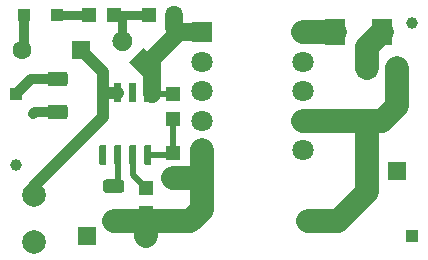
<source format=gbr>
%TF.GenerationSoftware,KiCad,Pcbnew,(5.1.12)-1*%
%TF.CreationDate,2022-05-04T12:53:07+05:30*%
%TF.ProjectId,5V3.5W,3556332e-3557-42e6-9b69-6361645f7063,rev?*%
%TF.SameCoordinates,Original*%
%TF.FileFunction,Copper,L2,Bot*%
%TF.FilePolarity,Positive*%
%FSLAX46Y46*%
G04 Gerber Fmt 4.6, Leading zero omitted, Abs format (unit mm)*
G04 Created by KiCad (PCBNEW (5.1.12)-1) date 2022-05-04 12:53:07*
%MOMM*%
%LPD*%
G01*
G04 APERTURE LIST*
%TA.AperFunction,ComponentPad*%
%ADD10C,1.600000*%
%TD*%
%TA.AperFunction,ComponentPad*%
%ADD11R,1.600000X1.600000*%
%TD*%
%TA.AperFunction,ComponentPad*%
%ADD12O,1.600000X1.600000*%
%TD*%
%TA.AperFunction,SMDPad,CuDef*%
%ADD13R,1.100000X1.100000*%
%TD*%
%TA.AperFunction,SMDPad,CuDef*%
%ADD14R,1.200000X1.200000*%
%TD*%
%TA.AperFunction,ComponentPad*%
%ADD15R,1.000000X1.000000*%
%TD*%
%TA.AperFunction,ComponentPad*%
%ADD16C,1.000000*%
%TD*%
%TA.AperFunction,ComponentPad*%
%ADD17R,1.800000X1.800000*%
%TD*%
%TA.AperFunction,ComponentPad*%
%ADD18C,1.800000*%
%TD*%
%TA.AperFunction,SMDPad,CuDef*%
%ADD19R,1.800860X2.199640*%
%TD*%
%TA.AperFunction,ComponentPad*%
%ADD20C,2.000000*%
%TD*%
%TA.AperFunction,ComponentPad*%
%ADD21C,0.100000*%
%TD*%
%TA.AperFunction,ViaPad*%
%ADD22C,0.800000*%
%TD*%
%TA.AperFunction,Conductor*%
%ADD23C,0.800000*%
%TD*%
%TA.AperFunction,Conductor*%
%ADD24C,0.850000*%
%TD*%
%TA.AperFunction,Conductor*%
%ADD25C,1.000000*%
%TD*%
%TA.AperFunction,Conductor*%
%ADD26C,2.000000*%
%TD*%
%TA.AperFunction,Conductor*%
%ADD27C,0.500000*%
%TD*%
%TA.AperFunction,Conductor*%
%ADD28C,1.500000*%
%TD*%
G04 APERTURE END LIST*
D10*
%TO.P,C1,2*%
%TO.N,Net-(C1-Pad2)*%
X107500000Y-158000000D03*
D11*
%TO.P,C1,1*%
%TO.N,Net-(C1-Pad1)*%
X102500000Y-158000000D03*
%TD*%
%TO.P,C2,1*%
%TO.N,Net-(C2-Pad1)*%
X102000000Y-142250000D03*
D10*
%TO.P,C2,2*%
%TO.N,Net-(C1-Pad2)*%
X97000000Y-142250000D03*
%TD*%
%TO.P,C3,1*%
%TO.N,Net-(C3-Pad1)*%
%TA.AperFunction,SMDPad,CuDef*%
G36*
G01*
X104099999Y-153200000D02*
X105400001Y-153200000D01*
G75*
G02*
X105650000Y-153449999I0J-249999D01*
G01*
X105650000Y-154100001D01*
G75*
G02*
X105400001Y-154350000I-249999J0D01*
G01*
X104099999Y-154350000D01*
G75*
G02*
X103850000Y-154100001I0J249999D01*
G01*
X103850000Y-153449999D01*
G75*
G02*
X104099999Y-153200000I249999J0D01*
G01*
G37*
%TD.AperFunction*%
%TO.P,C3,2*%
%TO.N,Net-(C1-Pad2)*%
%TA.AperFunction,SMDPad,CuDef*%
G36*
G01*
X104099999Y-156150000D02*
X105400001Y-156150000D01*
G75*
G02*
X105650000Y-156399999I0J-249999D01*
G01*
X105650000Y-157050001D01*
G75*
G02*
X105400001Y-157300000I-249999J0D01*
G01*
X104099999Y-157300000D01*
G75*
G02*
X103850000Y-157050001I0J249999D01*
G01*
X103850000Y-156399999D01*
G75*
G02*
X104099999Y-156150000I249999J0D01*
G01*
G37*
%TD.AperFunction*%
%TD*%
%TO.P,C5,1*%
%TO.N,Net-(C5-Pad1)*%
X121250000Y-156750000D03*
D12*
%TO.P,C5,2*%
%TO.N,Net-(C1-Pad2)*%
X111250000Y-156750000D03*
%TD*%
D10*
%TO.P,C6,2*%
%TO.N,Net-(C5-Pad1)*%
X128750000Y-143750000D03*
D11*
%TO.P,C6,1*%
%TO.N,Net-(C6-Pad1)*%
X126250000Y-143750000D03*
%TD*%
%TO.P,C7,1*%
%TO.N,Net-(C7-Pad1)*%
X128750000Y-152500000D03*
D10*
%TO.P,C7,2*%
%TO.N,Net-(C5-Pad1)*%
X126250000Y-152500000D03*
%TD*%
D13*
%TO.P,D2,1*%
%TO.N,Net-(C1-Pad2)*%
X97200000Y-139250000D03*
%TO.P,D2,2*%
%TO.N,Net-(D2-Pad2)*%
X100000000Y-139250000D03*
%TD*%
%TO.P,F1,1*%
%TO.N,Net-(F1-Pad1)*%
%TA.AperFunction,SMDPad,CuDef*%
G36*
G01*
X99375000Y-144075000D02*
X100625000Y-144075000D01*
G75*
G02*
X100875000Y-144325000I0J-250000D01*
G01*
X100875000Y-145075000D01*
G75*
G02*
X100625000Y-145325000I-250000J0D01*
G01*
X99375000Y-145325000D01*
G75*
G02*
X99125000Y-145075000I0J250000D01*
G01*
X99125000Y-144325000D01*
G75*
G02*
X99375000Y-144075000I250000J0D01*
G01*
G37*
%TD.AperFunction*%
%TO.P,F1,2*%
%TO.N,Net-(D1-Pad3)*%
%TA.AperFunction,SMDPad,CuDef*%
G36*
G01*
X99375000Y-146875000D02*
X100625000Y-146875000D01*
G75*
G02*
X100875000Y-147125000I0J-250000D01*
G01*
X100875000Y-147875000D01*
G75*
G02*
X100625000Y-148125000I-250000J0D01*
G01*
X99375000Y-148125000D01*
G75*
G02*
X99125000Y-147875000I0J250000D01*
G01*
X99125000Y-147125000D01*
G75*
G02*
X99375000Y-146875000I250000J0D01*
G01*
G37*
%TD.AperFunction*%
%TD*%
%TO.P,OPT1,1*%
%TO.N,Net-(OPT1-Pad1)*%
%TA.AperFunction,SMDPad,CuDef*%
G36*
G01*
X107908700Y-151955000D02*
X107401300Y-151955000D01*
G75*
G02*
X107360000Y-151913700I0J41300D01*
G01*
X107360000Y-150356300D01*
G75*
G02*
X107401300Y-150315000I41300J0D01*
G01*
X107908700Y-150315000D01*
G75*
G02*
X107950000Y-150356300I0J-41300D01*
G01*
X107950000Y-151913700D01*
G75*
G02*
X107908700Y-151955000I-41300J0D01*
G01*
G37*
%TD.AperFunction*%
%TO.P,OPT1,2*%
%TO.N,Net-(OPT1-Pad2)*%
%TA.AperFunction,SMDPad,CuDef*%
G36*
G01*
X106638700Y-151955000D02*
X106131300Y-151955000D01*
G75*
G02*
X106090000Y-151913700I0J41300D01*
G01*
X106090000Y-150356300D01*
G75*
G02*
X106131300Y-150315000I41300J0D01*
G01*
X106638700Y-150315000D01*
G75*
G02*
X106680000Y-150356300I0J-41300D01*
G01*
X106680000Y-151913700D01*
G75*
G02*
X106638700Y-151955000I-41300J0D01*
G01*
G37*
%TD.AperFunction*%
%TO.P,OPT1,3*%
%TO.N,Net-(C3-Pad1)*%
%TA.AperFunction,SMDPad,CuDef*%
G36*
G01*
X105368700Y-151955000D02*
X104861300Y-151955000D01*
G75*
G02*
X104820000Y-151913700I0J41300D01*
G01*
X104820000Y-150356300D01*
G75*
G02*
X104861300Y-150315000I41300J0D01*
G01*
X105368700Y-150315000D01*
G75*
G02*
X105410000Y-150356300I0J-41300D01*
G01*
X105410000Y-151913700D01*
G75*
G02*
X105368700Y-151955000I-41300J0D01*
G01*
G37*
%TD.AperFunction*%
%TO.P,OPT1,4*%
%TO.N,Net-(OPT1-Pad4)*%
%TA.AperFunction,SMDPad,CuDef*%
G36*
G01*
X104098700Y-151955000D02*
X103591300Y-151955000D01*
G75*
G02*
X103550000Y-151913700I0J41300D01*
G01*
X103550000Y-150356300D01*
G75*
G02*
X103591300Y-150315000I41300J0D01*
G01*
X104098700Y-150315000D01*
G75*
G02*
X104140000Y-150356300I0J-41300D01*
G01*
X104140000Y-151913700D01*
G75*
G02*
X104098700Y-151955000I-41300J0D01*
G01*
G37*
%TD.AperFunction*%
%TO.P,OPT1,5*%
%TO.N,Net-(C2-Pad1)*%
%TA.AperFunction,SMDPad,CuDef*%
G36*
G01*
X104098700Y-146685000D02*
X103591300Y-146685000D01*
G75*
G02*
X103550000Y-146643700I0J41300D01*
G01*
X103550000Y-145086300D01*
G75*
G02*
X103591300Y-145045000I41300J0D01*
G01*
X104098700Y-145045000D01*
G75*
G02*
X104140000Y-145086300I0J-41300D01*
G01*
X104140000Y-146643700D01*
G75*
G02*
X104098700Y-146685000I-41300J0D01*
G01*
G37*
%TD.AperFunction*%
%TO.P,OPT1,6*%
%TA.AperFunction,SMDPad,CuDef*%
G36*
G01*
X105368700Y-146685000D02*
X104861300Y-146685000D01*
G75*
G02*
X104820000Y-146643700I0J41300D01*
G01*
X104820000Y-145086300D01*
G75*
G02*
X104861300Y-145045000I41300J0D01*
G01*
X105368700Y-145045000D01*
G75*
G02*
X105410000Y-145086300I0J-41300D01*
G01*
X105410000Y-146643700D01*
G75*
G02*
X105368700Y-146685000I-41300J0D01*
G01*
G37*
%TD.AperFunction*%
%TO.P,OPT1,7*%
%TO.N,Net-(OPT1-Pad7)*%
%TA.AperFunction,SMDPad,CuDef*%
G36*
G01*
X106638700Y-146685000D02*
X106131300Y-146685000D01*
G75*
G02*
X106090000Y-146643700I0J41300D01*
G01*
X106090000Y-145086300D01*
G75*
G02*
X106131300Y-145045000I41300J0D01*
G01*
X106638700Y-145045000D01*
G75*
G02*
X106680000Y-145086300I0J-41300D01*
G01*
X106680000Y-146643700D01*
G75*
G02*
X106638700Y-146685000I-41300J0D01*
G01*
G37*
%TD.AperFunction*%
%TO.P,OPT1,8*%
%TO.N,Net-(C4-Pad1)*%
%TA.AperFunction,SMDPad,CuDef*%
G36*
G01*
X107908700Y-146685000D02*
X107401300Y-146685000D01*
G75*
G02*
X107360000Y-146643700I0J41300D01*
G01*
X107360000Y-145086300D01*
G75*
G02*
X107401300Y-145045000I41300J0D01*
G01*
X107908700Y-145045000D01*
G75*
G02*
X107950000Y-145086300I0J-41300D01*
G01*
X107950000Y-146643700D01*
G75*
G02*
X107908700Y-146685000I-41300J0D01*
G01*
G37*
%TD.AperFunction*%
%TD*%
D14*
%TO.P,R3,2*%
%TO.N,Net-(OPT1-Pad1)*%
X109750000Y-151000000D03*
%TO.P,R3,1*%
%TO.N,Net-(C1-Pad2)*%
X109750000Y-153100000D03*
%TD*%
%TO.P,R4,1*%
%TO.N,Net-(C1-Pad2)*%
X107500000Y-156050000D03*
%TO.P,R4,2*%
%TO.N,Net-(OPT1-Pad2)*%
X107500000Y-153950000D03*
%TD*%
%TO.P,R5,2*%
%TO.N,Net-(C4-Pad1)*%
X109850000Y-139250000D03*
%TO.P,R5,1*%
%TO.N,Net-(C4-Pad2)*%
X107750000Y-139250000D03*
%TD*%
%TO.P,R6,1*%
%TO.N,Net-(D2-Pad2)*%
X102700000Y-139250000D03*
%TO.P,R6,2*%
%TO.N,Net-(C4-Pad2)*%
X104800000Y-139250000D03*
%TD*%
D15*
%TO.P,TP1,1*%
%TO.N,Net-(F1-Pad1)*%
X96500000Y-146000000D03*
%TD*%
D16*
%TO.P,TP2,1*%
%TO.N,Net-(D1-Pad4)*%
X96500000Y-152000000D03*
%TD*%
D15*
%TO.P,TP3,1*%
%TO.N,Net-(C7-Pad1)*%
X130000000Y-158000000D03*
%TD*%
D16*
%TO.P,TP4,1*%
%TO.N,Net-(C5-Pad1)*%
X130000000Y-140000000D03*
%TD*%
D17*
%TO.P,U1,1*%
%TO.N,Net-(C4-Pad1)*%
X112245000Y-140750000D03*
D18*
%TO.P,U1,2*%
%TO.N,Net-(U1-Pad2)*%
X112245000Y-143250000D03*
%TO.P,U1,3*%
%TO.N,Net-(U1-Pad3)*%
X112245000Y-145750000D03*
%TO.P,U1,4*%
%TO.N,Net-(U1-Pad4)*%
X112245000Y-148250000D03*
%TO.P,U1,5*%
%TO.N,Net-(C1-Pad2)*%
X112245000Y-150750000D03*
%TO.P,U1,6*%
%TO.N,Net-(U1-Pad6)*%
X120755000Y-150750000D03*
%TO.P,U1,7*%
%TO.N,Net-(C5-Pad1)*%
X120755000Y-148250000D03*
%TO.P,U1,8*%
%TO.N,Net-(U1-Pad8)*%
X120755000Y-145750000D03*
%TO.P,U1,9*%
%TO.N,Net-(U1-Pad9)*%
X120755000Y-143250000D03*
%TO.P,U1,10*%
%TO.N,Net-(D3-Pad2)*%
X120755000Y-140750000D03*
%TD*%
D19*
%TO.P,D3,1*%
%TO.N,Net-(C6-Pad1)*%
X127506600Y-140750000D03*
%TO.P,D3,2*%
%TO.N,Net-(D3-Pad2)*%
X123493400Y-140750000D03*
%TD*%
D20*
%TO.P,L1,1*%
%TO.N,Net-(C1-Pad1)*%
X98000000Y-158500000D03*
%TO.P,L1,2*%
%TO.N,Net-(C2-Pad1)*%
X98000000Y-154500000D03*
%TD*%
D14*
%TO.P,R2,2*%
%TO.N,Net-(C4-Pad1)*%
X109750000Y-145950000D03*
%TO.P,R2,1*%
%TO.N,Net-(OPT1-Pad1)*%
X109750000Y-148050000D03*
%TD*%
%TA.AperFunction,ComponentPad*%
D21*
%TO.P,C4,1*%
%TO.N,Net-(C4-Pad1)*%
G36*
X107296051Y-142093969D02*
G01*
X108498133Y-143296051D01*
X107296051Y-144498133D01*
X106093969Y-143296051D01*
X107296051Y-142093969D01*
G37*
%TD.AperFunction*%
%TO.P,C4,2*%
%TO.N,Net-(C4-Pad2)*%
%TA.AperFunction,ComponentPad*%
G36*
G01*
X106101041Y-140898959D02*
X106101041Y-140898959D01*
G75*
G02*
X106101041Y-142101041I-601041J-601041D01*
G01*
X106101041Y-142101041D01*
G75*
G02*
X104898959Y-142101041I-601041J601041D01*
G01*
X104898959Y-142101041D01*
G75*
G02*
X104898959Y-140898959I601041J601041D01*
G01*
X104898959Y-140898959D01*
G75*
G02*
X106101041Y-140898959I601041J-601041D01*
G01*
G37*
%TD.AperFunction*%
%TD*%
D22*
%TO.N,Net-(D1-Pad3)*%
X97915000Y-147665000D03*
%TD*%
D23*
%TO.N,Net-(C1-Pad2)*%
X107500000Y-156050000D02*
X107500000Y-156750000D01*
X109750000Y-156500000D02*
X109500000Y-156750000D01*
X107500000Y-156750000D02*
X109500000Y-156750000D01*
D24*
X109750000Y-153100000D02*
X111400000Y-153100000D01*
X112245000Y-152255000D02*
X112245000Y-150750000D01*
X111400000Y-153100000D02*
X112245000Y-152255000D01*
X97200000Y-142050000D02*
X97000000Y-142250000D01*
X97200000Y-139250000D02*
X97200000Y-142050000D01*
X104750000Y-156725000D02*
X107475000Y-156725000D01*
D25*
X111000000Y-156500000D02*
X111250000Y-156750000D01*
X109750000Y-156500000D02*
X111000000Y-156500000D01*
D26*
X111225000Y-156725000D02*
X111250000Y-156750000D01*
X104750000Y-156725000D02*
X111225000Y-156725000D01*
X107500000Y-156750000D02*
X107475000Y-156725000D01*
X107500000Y-158000000D02*
X107500000Y-156750000D01*
X112245000Y-155755000D02*
X111250000Y-156750000D01*
X112100000Y-153100000D02*
X112245000Y-153245000D01*
X109750000Y-153100000D02*
X112100000Y-153100000D01*
X112245000Y-153245000D02*
X112245000Y-155755000D01*
X112245000Y-150750000D02*
X112245000Y-153245000D01*
D25*
%TO.N,Net-(C2-Pad1)*%
X103845000Y-145865000D02*
X103845000Y-147905000D01*
X98000000Y-153750000D02*
X98000000Y-154500000D01*
X103845000Y-147905000D02*
X98000000Y-153750000D01*
X103845000Y-144095000D02*
X103845000Y-145865000D01*
X102000000Y-142250000D02*
X103845000Y-144095000D01*
X103845000Y-145865000D02*
X105115000Y-145865000D01*
D27*
%TO.N,Net-(C3-Pad1)*%
X105115000Y-153410000D02*
X104750000Y-153775000D01*
X105115000Y-151135000D02*
X105115000Y-153410000D01*
%TO.N,Net-(C4-Pad1)*%
X107740000Y-145950000D02*
X107655000Y-145865000D01*
X107655000Y-143655000D02*
X107296051Y-143296051D01*
D24*
X109750000Y-139350000D02*
X109850000Y-139250000D01*
D28*
X112245000Y-140750000D02*
X110250000Y-140750000D01*
X110250000Y-140750000D02*
X108000000Y-143000000D01*
X108000000Y-143000000D02*
X108000000Y-146000000D01*
X109850000Y-140350000D02*
X110250000Y-140750000D01*
X109850000Y-139250000D02*
X109850000Y-140350000D01*
D27*
X108050000Y-145950000D02*
X108000000Y-146000000D01*
X109750000Y-145950000D02*
X108050000Y-145950000D01*
X107703949Y-143296051D02*
X108000000Y-143000000D01*
X107296051Y-143296051D02*
X107703949Y-143296051D01*
D23*
%TO.N,Net-(C4-Pad2)*%
X105500000Y-139500000D02*
X105750000Y-139250000D01*
X105500000Y-141500000D02*
X105500000Y-139500000D01*
X105750000Y-139250000D02*
X104800000Y-139250000D01*
X107750000Y-139250000D02*
X105750000Y-139250000D01*
D26*
%TO.N,Net-(C5-Pad1)*%
X126250000Y-148500000D02*
X126000000Y-148250000D01*
X126250000Y-152500000D02*
X126250000Y-148500000D01*
X120755000Y-148250000D02*
X126000000Y-148250000D01*
X126250000Y-152500000D02*
X126250000Y-154250000D01*
X123750000Y-156750000D02*
X121250000Y-156750000D01*
X126250000Y-154250000D02*
X123750000Y-156750000D01*
X128750000Y-147000000D02*
X128750000Y-143750000D01*
X127500000Y-148250000D02*
X128750000Y-147000000D01*
X126000000Y-148250000D02*
X127500000Y-148250000D01*
%TO.N,Net-(C6-Pad1)*%
X126250000Y-142006600D02*
X126250000Y-143750000D01*
X127506600Y-140750000D02*
X126250000Y-142006600D01*
D24*
%TO.N,Net-(D1-Pad3)*%
X98080000Y-147500000D02*
X97915000Y-147665000D01*
X100000000Y-147500000D02*
X98080000Y-147500000D01*
D23*
%TO.N,Net-(D2-Pad2)*%
X102700000Y-139250000D02*
X100000000Y-139250000D01*
D24*
%TO.N,Net-(F1-Pad1)*%
X97800000Y-144700000D02*
X96500000Y-146000000D01*
X100000000Y-144700000D02*
X97800000Y-144700000D01*
D27*
%TO.N,Net-(OPT1-Pad1)*%
X109615000Y-151135000D02*
X109750000Y-151000000D01*
X107655000Y-151135000D02*
X109615000Y-151135000D01*
X109750000Y-151000000D02*
X109750000Y-148050000D01*
%TO.N,Net-(OPT1-Pad2)*%
X106385000Y-152835000D02*
X107500000Y-153950000D01*
X106385000Y-151135000D02*
X106385000Y-152835000D01*
D26*
%TO.N,Net-(D3-Pad2)*%
X123493400Y-140750000D02*
X120755000Y-140750000D01*
%TD*%
M02*

</source>
